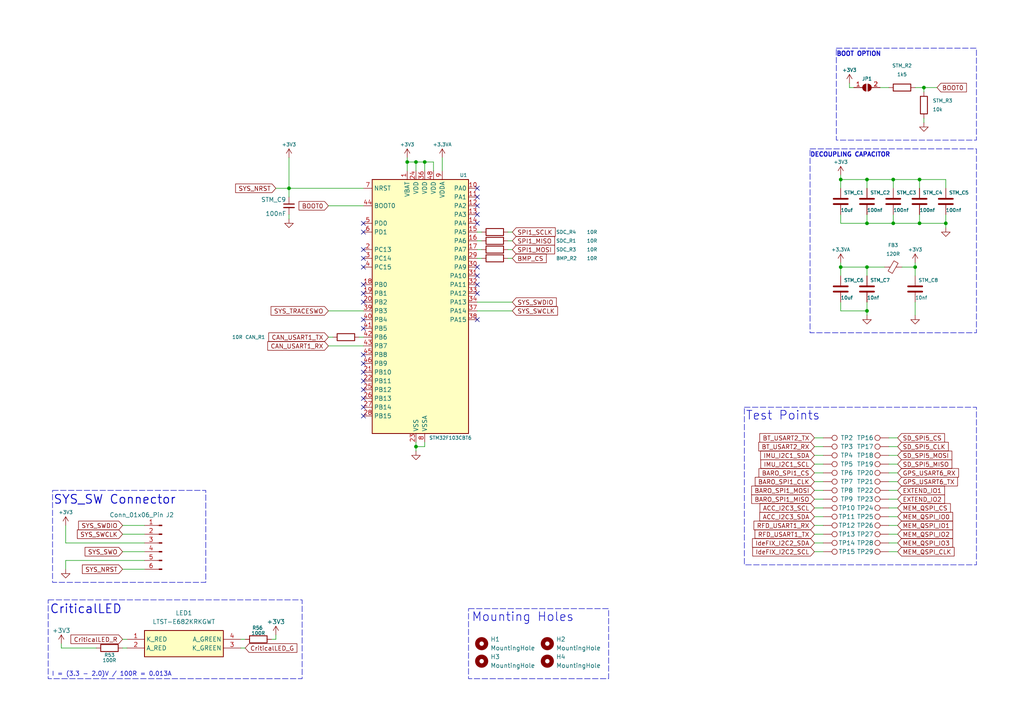
<source format=kicad_sch>
(kicad_sch (version 20250114) (generator "eeschema") (generator_version "9.0")
  (paper "A4")
  (lib_symbols
    (symbol "Connector:Conn_01x06_Pin" (pin_names (offset 1.016) (hide yes))
      (property "Reference" "J" (at 0 7.62 0))
      (property "Value" "Conn_01x06_Pin" (at 0 -10.16 0))
      (symbol "Conn_01x06_Pin_1_1"
        (rectangle (start 0.8636 5.207) (end 0 4.953) (stroke (width 0.1524)) (fill (type outline)))
        (rectangle (start 0.8636 2.667) (end 0 2.413) (stroke (width 0.1524)) (fill (type outline)))
        (rectangle (start 0.8636 0.127) (end 0 -0.127) (stroke (width 0.1524)) (fill (type outline)))
        (rectangle (start 0.8636 -2.413) (end 0 -2.667) (stroke (width 0.1524)) (fill (type outline)))
        (rectangle (start 0.8636 -4.953) (end 0 -5.207) (stroke (width 0.1524)) (fill (type outline)))
        (rectangle (start 0.8636 -7.493) (end 0 -7.747) (stroke (width 0.1524)) (fill (type outline)))
        (polyline (pts (xy 1.27 5.08) (xy 0.8636 5.08)) (stroke (width 0.1524)))
        (polyline (pts (xy 1.27 2.54) (xy 0.8636 2.54)) (stroke (width 0.1524)))
        (polyline (pts (xy 1.27 0) (xy 0.8636 0)) (stroke (width 0.1524)))
        (polyline (pts (xy 1.27 -2.54) (xy 0.8636 -2.54)) (stroke (width 0.1524)))
        (polyline (pts (xy 1.27 -5.08) (xy 0.8636 -5.08)) (stroke (width 0.1524)))
        (polyline (pts (xy 1.27 -7.62) (xy 0.8636 -7.62)) (stroke (width 0.1524)))
        (pin passive line (at 5.08 5.08 180) (length 3.81) (name "Pin_1") (number "1"))
        (pin passive line (at 5.08 2.54 180) (length 3.81) (name "Pin_2") (number "2"))
        (pin passive line (at 5.08 0 180) (length 3.81) (name "Pin_3") (number "3"))
        (pin passive line (at 5.08 -2.54 180) (length 3.81) (name "Pin_4") (number "4"))
        (pin passive line (at 5.08 -5.08 180) (length 3.81) (name "Pin_5") (number "5"))
        (pin passive line (at 5.08 -7.62 180) (length 3.81) (name "Pin_6") (number "6"))
      )
    )
    (symbol "Connector:TestPoint" (pin_numbers (hide yes)) (pin_names (offset 0.762) (hide yes))
      (property "Reference" "TP" (at 0 6.858 0))
      (property "Value" "TestPoint" (at 0 5.08 0))
      (symbol "TestPoint_0_1"
        (circle (center 0 3.302) (radius 0.762))
      )
      (symbol "TestPoint_1_1"
        (pin passive line (at 0 0 90) (length 2.54) (name "1") (number "1"))
      )
    )
    (symbol "Device:C" (pin_numbers (hide yes)) (pin_names (offset 0.254))
      (property "Reference" "C" (at 0.635 2.54 0))
      (property "Value" "C" (at 0.635 -2.54 0))
      (symbol "C_0_1"
        (polyline (pts (xy -2.032 0.762) (xy 2.032 0.762)) (stroke (width 0.508)))
        (polyline (pts (xy -2.032 -0.762) (xy 2.032 -0.762)) (stroke (width 0.508)))
      )
      (symbol "C_1_1"
        (pin passive line (at 0 3.81 270) (length 2.794) (name "~") (number "1"))
        (pin passive line (at 0 -3.81 90) (length 2.794) (name "~") (number "2"))
      )
    )
    (symbol "Device:C_Small" (pin_numbers (hide yes)) (pin_names (offset 0.254) (hide yes))
      (property "Reference" "C" (at 0.254 1.778 0))
      (property "Value" "C_Small" (at 0.254 -2.032 0))
      (symbol "C_Small_0_1"
        (polyline (pts (xy -1.524 0.508) (xy 1.524 0.508)) (stroke (width 0.3048)))
        (polyline (pts (xy -1.524 -0.508) (xy 1.524 -0.508)) (stroke (width 0.3302)))
      )
      (symbol "C_Small_1_1"
        (pin passive line (at 0 2.54 270) (length 2.032) (name "~") (number "1"))
        (pin passive line (at 0 -2.54 90) (length 2.032) (name "~") (number "2"))
      )
    )
    (symbol "Device:FerriteBead_Small" (pin_numbers (hide yes)) (pin_names (offset 0))
      (property "Reference" "FB" (at 1.905 1.27 0))
      (property "Value" "FerriteBead_Small" (at 1.905 -1.27 0))
      (symbol "FerriteBead_Small_0_1"
        (polyline (pts (xy -1.8288 0.2794) (xy -1.1176 1.4986) (xy 1.8288 -0.2032) (xy 1.1176 -1.4224) (xy -1.8288 0.2794)))
        (polyline (pts (xy 0 0.889) (xy 0 1.2954)))
        (polyline (pts (xy 0 -1.27) (xy 0 -0.7874)))
      )
      (symbol "FerriteBead_Small_1_1"
        (pin passive line (at 0 2.54 270) (length 1.27) (name "~") (number "1"))
        (pin passive line (at 0 -2.54 90) (length 1.27) (name "~") (number "2"))
      )
    )
    (symbol "Device:R" (pin_numbers (hide yes)) (pin_names (offset 0))
      (property "Reference" "R" (at 2.032 0 90))
      (property "Value" "R" (at 0 0 90))
      (symbol "R_0_1"
        (rectangle (start -1.016 -2.54) (end 1.016 2.54) (stroke (width 0.254)))
      )
      (symbol "R_1_1"
        (pin passive line (at 0 3.81 270) (length 1.27) (name "~") (number "1"))
        (pin passive line (at 0 -3.81 90) (length 1.27) (name "~") (number "2"))
      )
    )
    (symbol "Jumper:SolderJumper_2_Open" (pin_names (offset 0) (hide yes))
      (property "Reference" "JP" (at 0 2.032 0))
      (property "Value" "SolderJumper_2_Open" (at 0 -2.54 0))
      (symbol "SolderJumper_2_Open_0_1"
        (polyline (pts (xy -0.254 1.016) (xy -0.254 -1.016)))
        (arc (start -0.254 -1.016) (mid -1.2656 0) (end -0.254 1.016))
        (arc (start -0.254 -1.016) (mid -1.2656 0) (end -0.254 1.016) (fill (type outline)))
        (arc (start 0.254 1.016) (mid 1.2656 0) (end 0.254 -1.016))
        (arc (start 0.254 1.016) (mid 1.2656 0) (end 0.254 -1.016) (fill (type outline)))
        (polyline (pts (xy 0.254 1.016) (xy 0.254 -1.016)))
      )
      (symbol "SolderJumper_2_Open_1_1"
        (pin passive line (at -3.81 0 0) (length 2.54) (name "A") (number "1"))
        (pin passive line (at 3.81 0 180) (length 2.54) (name "B") (number "2"))
      )
    )
    (symbol "MCU_ST_STM32F1:STM32F103C8Tx"
      (property "Reference" "U" (at -12.7 39.37 0))
      (property "Value" "STM32F103C8Tx" (at 10.16 39.37 0))
      (symbol "STM32F103C8Tx_0_1"
        (rectangle (start -12.7 -35.56) (end 15.24 38.1) (stroke (width 0.254)) (fill (type background)))
      )
      (symbol "STM32F103C8Tx_1_1"
        (pin input line (at -15.24 35.56 0) (length 2.54) (name "NRST") (number "7"))
        (pin input line (at -15.24 30.48 0) (length 2.54) (name "BOOT0") (number "44"))
        (pin bidirectional line (at -15.24 25.4 0) (length 2.54) (name "PD0") (number "5"))
        (pin bidirectional line (at -15.24 22.86 0) (length 2.54) (name "PD1") (number "6"))
        (pin bidirectional line (at -15.24 17.78 0) (length 2.54) (name "PC13") (number "2"))
        (pin bidirectional line (at -15.24 15.24 0) (length 2.54) (name "PC14") (number "3"))
        (pin bidirectional line (at -15.24 12.7 0) (length 2.54) (name "PC15") (number "4"))
        (pin bidirectional line (at -15.24 7.62 0) (length 2.54) (name "PB0") (number "18"))
        (pin bidirectional line (at -15.24 5.08 0) (length 2.54) (name "PB1") (number "19"))
        (pin bidirectional line (at -15.24 2.54 0) (length 2.54) (name "PB2") (number "20"))
        (pin bidirectional line (at -15.24 0 0) (length 2.54) (name "PB3") (number "39"))
        (pin bidirectional line (at -15.24 -2.54 0) (length 2.54) (name "PB4") (number "40"))
        (pin bidirectional line (at -15.24 -5.08 0) (length 2.54) (name "PB5") (number "41"))
        (pin bidirectional line (at -15.24 -7.62 0) (length 2.54) (name "PB6") (number "42"))
        (pin bidirectional line (at -15.24 -10.16 0) (length 2.54) (name "PB7") (number "43"))
        (pin bidirectional line (at -15.24 -12.7 0) (length 2.54) (name "PB8") (number "45"))
        (pin bidirectional line (at -15.24 -15.24 0) (length 2.54) (name "PB9") (number "46"))
        (pin bidirectional line (at -15.24 -17.78 0) (length 2.54) (name "PB10") (number "21"))
        (pin bidirectional line (at -15.24 -20.32 0) (length 2.54) (name "PB11") (number "22"))
        (pin bidirectional line (at -15.24 -22.86 0) (length 2.54) (name "PB12") (number "25"))
        (pin bidirectional line (at -15.24 -25.4 0) (length 2.54) (name "PB13") (number "26"))
        (pin bidirectional line (at -15.24 -27.94 0) (length 2.54) (name "PB14") (number "27"))
        (pin bidirectional line (at -15.24 -30.48 0) (length 2.54) (name "PB15") (number "28"))
        (pin power_in line (at -2.54 40.64 270) (length 2.54) (name "VBAT") (number "1"))
        (pin power_in line (at 0 40.64 270) (length 2.54) (name "VDD") (number "24"))
        (pin power_in line (at 0 -38.1 90) (length 2.54) (name "VSS") (number "23"))
        (pin passive line (at 0 -38.1 90) (length 2.54) (hide yes) (name "VSS") (number "35"))
        (pin passive line (at 0 -38.1 90) (length 2.54) (hide yes) (name "VSS") (number "47"))
        (pin power_in line (at 2.54 40.64 270) (length 2.54) (name "VDD") (number "36"))
        (pin power_in line (at 2.54 -38.1 90) (length 2.54) (name "VSSA") (number "8"))
        (pin power_in line (at 5.08 40.64 270) (length 2.54) (name "VDD") (number "48"))
        (pin power_in line (at 7.62 40.64 270) (length 2.54) (name "VDDA") (number "9"))
        (pin bidirectional line (at 17.78 35.56 180) (length 2.54) (name "PA0") (number "10"))
        (pin bidirectional line (at 17.78 33.02 180) (length 2.54) (name "PA1") (number "11"))
        (pin bidirectional line (at 17.78 30.48 180) (length 2.54) (name "PA2") (number "12"))
        (pin bidirectional line (at 17.78 27.94 180) (length 2.54) (name "PA3") (number "13"))
        (pin bidirectional line (at 17.78 25.4 180) (length 2.54) (name "PA4") (number "14"))
        (pin bidirectional line (at 17.78 22.86 180) (length 2.54) (name "PA5") (number "15"))
        (pin bidirectional line (at 17.78 20.32 180) (length 2.54) (name "PA6") (number "16"))
        (pin bidirectional line (at 17.78 17.78 180) (length 2.54) (name "PA7") (number "17"))
        (pin bidirectional line (at 17.78 15.24 180) (length 2.54) (name "PA8") (number "29"))
        (pin bidirectional line (at 17.78 12.7 180) (length 2.54) (name "PA9") (number "30"))
        (pin bidirectional line (at 17.78 10.16 180) (length 2.54) (name "PA10") (number "31"))
        (pin bidirectional line (at 17.78 7.62 180) (length 2.54) (name "PA11") (number "32"))
        (pin bidirectional line (at 17.78 5.08 180) (length 2.54) (name "PA12") (number "33"))
        (pin bidirectional line (at 17.78 2.54 180) (length 2.54) (name "PA13") (number "34"))
        (pin bidirectional line (at 17.78 0 180) (length 2.54) (name "PA14") (number "37"))
        (pin bidirectional line (at 17.78 -2.54 180) (length 2.54) (name "PA15") (number "38"))
      )
    )
    (symbol "Mechanical:MountingHole" (pin_names (offset 1.016)) (in_bom no)
      (property "Reference" "H" (at 0 5.08 0))
      (property "Value" "MountingHole" (at 0 3.175 0))
      (symbol "MountingHole_0_1"
        (circle (center 0 0) (radius 1.27) (stroke (width 1.27)))
      )
    )
    (symbol "pcb_moteur:LTST-E682KRKGWT"
      (property "Reference" "LED" (at 14.224 7.366 0))
      (property "Value" "LTST-E682KRKGWT" (at 8.128 4.826 0))
      (symbol "LTST-E682KRKGWT_1_1"
        (rectangle (start 5.08 2.54) (end 27.94 -5.08) (stroke (width 0.254)) (fill (type background)))
        (pin passive line (at 0 0 0) (length 5.08) (name "A_GREEN") (number "4"))
        (pin passive line (at 0 -2.54 0) (length 5.08) (name "K_GREEN") (number "3"))
        (pin passive line (at 33.02 0 180) (length 5.08) (name "K_RED") (number "1"))
        (pin passive line (at 33.02 -2.54 180) (length 5.08) (name "A_RED") (number "2"))
      )
    )
    (symbol "power:+3.3VA" (power) (pin_names (offset 0))
      (property "Value" "+3.3VA" (at 0 3.556 0))
      (symbol "+3.3VA_0_1"
        (polyline (pts (xy -0.762 1.27) (xy 0 2.54)))
        (polyline (pts (xy 0 2.54) (xy 0.762 1.27)))
        (polyline (pts (xy 0 0) (xy 0 2.54)))
      )
      (symbol "+3.3VA_1_1"
        (pin power_in line (at 0 0 90) (length 0) (hide yes) (name "+3.3VA") (number "1"))
      )
    )
    (symbol "power:+3V3" (power) (pin_names (offset 0))
      (property "Value" "+3V3" (at 0 3.556 0))
      (symbol "+3V3_0_1"
        (polyline (pts (xy -0.762 1.27) (xy 0 2.54)))
        (polyline (pts (xy 0 2.54) (xy 0.762 1.27)))
        (polyline (pts (xy 0 0) (xy 0 2.54)))
      )
      (symbol "+3V3_1_1"
        (pin power_in line (at 0 0 90) (length 0) (hide yes) (name "+3V3") (number "1"))
      )
    )
    (symbol "power:GND" (power) (pin_names (offset 0))
      (property "Value" "GND" (at 0 -3.81 0))
      (symbol "GND_0_1"
        (polyline (pts (xy 0 0) (xy 0 -1.27) (xy 1.27 -1.27) (xy 0 -2.54) (xy -1.27 -1.27) (xy 0 -1.27)))
      )
      (symbol "GND_1_1"
        (pin power_in line (at 0 0 270) (length 0) (hide yes) (name "GND") (number "1"))
      )
    )
  )
  (rectangle (start 15.24 142.24) (end 59.69 168.91) (stroke (width 0) (type dash)))
  (rectangle (start 135.89 176.53) (end 176.53 196.85) (stroke (width 0) (type dash)))
  (rectangle (start 215.9 118.11) (end 283.21 163.83) (stroke (width 0) (type dash)))
  (rectangle (start 234.95 43.18) (end 283.21 96.52) (stroke (width 0) (type dash)))
  (rectangle (start 13.97 173.99) (end 87.63 196.85) (stroke (width 0) (type dash)))
  (rectangle (start 242.57 13.97) (end 283.21 40.64) (stroke (width 0) (type dash)))
  (text "Test Points" (at 227.076 120.65 0) (effects (font (size 2.54 2.54) (thickness 0.1875))))
  (text "Mounting Holes" (at 151.638 179.07 0) (effects (font (size 2.54 2.54) (thickness 0.1875))))
  (text "BOOT OPTION" (at 242.57 16.51 0) (effects (font (size 1.27 1.27) (thickness 0.254) (bold yes)) (justify left bottom)))
  (text "DECOUPLING CAPACITOR" (at 234.95 45.72 0) (effects (font (size 1.27 1.27) (thickness 0.254) (bold yes)) (justify left bottom)))
  (text "SYS_SW Connector" (at 33.274 145.034 0) (effects (font (size 2.54 2.54) (thickness 0.254) (bold yes))))
  (text "CriticalLED" (at 24.892 176.784 0) (effects (font (size 2.54 2.54) (thickness 0.254) (bold yes))))
  (text "I = (3.3 - 2.0)V / 100R = 0.013A" (at 14.986 195.58 0) (effects (font (size 1.27 1.27)) (justify left)))
  (junction (at 266.7 64.77))
  (junction (at 267.97 25.4))
  (junction (at 120.65 129.54))
  (junction (at 265.43 77.47))
  (junction (at 259.08 64.77))
  (junction (at 243.84 52.07))
  (junction (at 123.19 46.99))
  (junction (at 266.7 52.07))
  (junction (at 251.46 77.47))
  (junction (at 259.08 52.07))
  (junction (at 243.84 77.47))
  (junction (at 118.11 46.99))
  (junction (at 251.46 64.77))
  (junction (at 251.46 52.07))
  (junction (at 251.46 90.17))
  (junction (at 274.32 64.77))
  (junction (at 83.82 54.61))
  (junction (at 120.65 46.99))
  (no_connect (at 105.41 110.49))
  (no_connect (at 105.41 74.93))
  (no_connect (at 105.41 118.11))
  (no_connect (at 105.41 113.03))
  (no_connect (at 138.43 85.09))
  (no_connect (at 138.43 54.61))
  (no_connect (at 105.41 115.57))
  (no_connect (at 105.41 85.09))
  (no_connect (at 138.43 77.47))
  (no_connect (at 138.43 92.71))
  (no_connect (at 138.43 80.01))
  (no_connect (at 105.41 82.55))
  (no_connect (at 105.41 120.65))
  (no_connect (at 105.41 102.87))
  (no_connect (at 105.41 95.25))
  (no_connect (at 105.41 67.31))
  (no_connect (at 105.41 105.41))
  (no_connect (at 105.41 92.71))
  (no_connect (at 138.43 64.77))
  (no_connect (at 138.43 82.55))
  (no_connect (at 105.41 87.63))
  (no_connect (at 138.43 62.23))
  (no_connect (at 105.41 72.39))
  (no_connect (at 105.41 77.47))
  (no_connect (at 138.43 57.15))
  (no_connect (at 138.43 59.69))
  (no_connect (at 105.41 107.95))
  (no_connect (at 105.41 64.77))
  (wire (pts (xy 251.46 77.47) (xy 251.46 80.01)))
  (wire (pts (xy 71.12 185.42) (xy 69.85 185.42)))
  (wire (pts (xy 80.01 184.15) (xy 80.01 185.42)))
  (wire (pts (xy 266.7 52.07) (xy 266.7 54.61)))
  (wire (pts (xy 83.82 54.61) (xy 105.41 54.61)))
  (wire (pts (xy 266.7 52.07) (xy 259.08 52.07)))
  (wire (pts (xy 257.81 152.4) (xy 260.35 152.4)))
  (wire (pts (xy 128.27 45.72) (xy 128.27 49.53)))
  (wire (pts (xy 138.43 74.93) (xy 139.7 74.93)))
  (wire (pts (xy 120.65 46.99) (xy 118.11 46.99)))
  (wire (pts (xy 259.08 64.77) (xy 266.7 64.77)))
  (wire (pts (xy 257.81 142.24) (xy 260.35 142.24)))
  (wire (pts (xy 243.84 50.8) (xy 243.84 52.07)))
  (wire (pts (xy 95.25 59.69) (xy 105.41 59.69)))
  (wire (pts (xy 243.84 62.23) (xy 243.84 64.77)))
  (wire (pts (xy 238.76 160.02) (xy 236.22 160.02)))
  (wire (pts (xy 19.05 157.48) (xy 19.05 152.4)))
  (wire (pts (xy 267.97 35.56) (xy 267.97 34.29)))
  (wire (pts (xy 259.08 52.07) (xy 251.46 52.07)))
  (wire (pts (xy 261.62 77.47) (xy 265.43 77.47)))
  (wire (pts (xy 147.32 74.93) (xy 148.59 74.93)))
  (wire (pts (xy 238.76 144.78) (xy 236.22 144.78)))
  (wire (pts (xy 251.46 77.47) (xy 256.54 77.47)))
  (wire (pts (xy 147.32 69.85) (xy 148.59 69.85)))
  (wire (pts (xy 251.46 64.77) (xy 259.08 64.77)))
  (wire (pts (xy 255.27 25.4) (xy 257.81 25.4)))
  (wire (pts (xy 238.76 129.54) (xy 236.22 129.54)))
  (wire (pts (xy 257.81 132.08) (xy 260.35 132.08)))
  (wire (pts (xy 243.84 52.07) (xy 243.84 54.61)))
  (wire (pts (xy 259.08 52.07) (xy 259.08 54.61)))
  (wire (pts (xy 118.11 45.72) (xy 118.11 46.99)))
  (wire (pts (xy 257.81 129.54) (xy 260.35 129.54)))
  (wire (pts (xy 41.91 162.56) (xy 19.05 162.56)))
  (wire (pts (xy 95.25 90.17) (xy 105.41 90.17)))
  (wire (pts (xy 238.76 157.48) (xy 236.22 157.48)))
  (wire (pts (xy 266.7 64.77) (xy 274.32 64.77)))
  (wire (pts (xy 123.19 128.27) (xy 123.19 129.54)))
  (wire (pts (xy 243.84 77.47) (xy 243.84 80.01)))
  (wire (pts (xy 274.32 54.61) (xy 274.32 52.07)))
  (wire (pts (xy 35.56 152.4) (xy 41.91 152.4)))
  (wire (pts (xy 35.56 185.42) (xy 36.83 185.42)))
  (wire (pts (xy 243.84 64.77) (xy 251.46 64.77)))
  (wire (pts (xy 95.25 97.79) (xy 96.52 97.79)))
  (wire (pts (xy 274.32 52.07) (xy 266.7 52.07)))
  (wire (pts (xy 238.76 152.4) (xy 236.22 152.4)))
  (wire (pts (xy 104.14 97.79) (xy 105.41 97.79)))
  (wire (pts (xy 238.76 137.16) (xy 236.22 137.16)))
  (wire (pts (xy 35.56 154.94) (xy 41.91 154.94)))
  (wire (pts (xy 238.76 147.32) (xy 236.22 147.32)))
  (wire (pts (xy 147.32 67.31) (xy 148.59 67.31)))
  (wire (pts (xy 251.46 52.07) (xy 251.46 54.61)))
  (wire (pts (xy 265.43 87.63) (xy 265.43 91.44)))
  (wire (pts (xy 257.81 147.32) (xy 260.35 147.32)))
  (wire (pts (xy 265.43 76.2) (xy 265.43 77.47)))
  (wire (pts (xy 265.43 77.47) (xy 265.43 80.01)))
  (wire (pts (xy 251.46 77.47) (xy 243.84 77.47)))
  (wire (pts (xy 125.73 49.53) (xy 125.73 46.99)))
  (wire (pts (xy 257.81 157.48) (xy 260.35 157.48)))
  (wire (pts (xy 123.19 46.99) (xy 123.19 49.53)))
  (wire (pts (xy 138.43 90.17) (xy 148.59 90.17)))
  (wire (pts (xy 247.65 25.4) (xy 246.38 25.4)))
  (wire (pts (xy 257.81 149.86) (xy 260.35 149.86)))
  (wire (pts (xy 69.85 187.96) (xy 71.12 187.96)))
  (wire (pts (xy 238.76 132.08) (xy 236.22 132.08)))
  (wire (pts (xy 125.73 46.99) (xy 123.19 46.99)))
  (wire (pts (xy 257.81 134.62) (xy 260.35 134.62)))
  (wire (pts (xy 123.19 46.99) (xy 120.65 46.99)))
  (wire (pts (xy 257.81 144.78) (xy 260.35 144.78)))
  (wire (pts (xy 251.46 87.63) (xy 251.46 90.17)))
  (wire (pts (xy 259.08 62.23) (xy 259.08 64.77)))
  (wire (pts (xy 120.65 128.27) (xy 120.65 129.54)))
  (wire (pts (xy 17.78 186.69) (xy 17.78 187.96)))
  (wire (pts (xy 120.65 46.99) (xy 120.65 49.53)))
  (wire (pts (xy 147.32 72.39) (xy 148.59 72.39)))
  (wire (pts (xy 274.32 64.77) (xy 274.32 66.04)))
  (wire (pts (xy 41.91 157.48) (xy 19.05 157.48)))
  (wire (pts (xy 120.65 129.54) (xy 120.65 130.81)))
  (wire (pts (xy 35.56 187.96) (xy 36.83 187.96)))
  (wire (pts (xy 19.05 162.56) (xy 19.05 165.1)))
  (wire (pts (xy 251.46 62.23) (xy 251.46 64.77)))
  (wire (pts (xy 138.43 72.39) (xy 139.7 72.39)))
  (wire (pts (xy 243.84 76.2) (xy 243.84 77.47)))
  (wire (pts (xy 17.78 187.96) (xy 27.94 187.96)))
  (wire (pts (xy 251.46 90.17) (xy 251.46 91.44)))
  (wire (pts (xy 138.43 67.31) (xy 139.7 67.31)))
  (wire (pts (xy 251.46 52.07) (xy 243.84 52.07)))
  (wire (pts (xy 35.56 160.02) (xy 41.91 160.02)))
  (wire (pts (xy 138.43 69.85) (xy 139.7 69.85)))
  (wire (pts (xy 80.01 54.61) (xy 83.82 54.61)))
  (wire (pts (xy 238.76 139.7) (xy 236.22 139.7)))
  (wire (pts (xy 257.81 137.16) (xy 260.35 137.16)))
  (wire (pts (xy 274.32 62.23) (xy 274.32 64.77)))
  (wire (pts (xy 238.76 134.62) (xy 236.22 134.62)))
  (wire (pts (xy 138.43 87.63) (xy 148.59 87.63)))
  (wire (pts (xy 238.76 149.86) (xy 236.22 149.86)))
  (wire (pts (xy 83.82 62.23) (xy 83.82 63.5)))
  (wire (pts (xy 257.81 127) (xy 260.35 127)))
  (wire (pts (xy 238.76 154.94) (xy 236.22 154.94)))
  (wire (pts (xy 35.56 165.1) (xy 41.91 165.1)))
  (wire (pts (xy 267.97 25.4) (xy 271.78 25.4)))
  (wire (pts (xy 83.82 45.72) (xy 83.82 54.61)))
  (wire (pts (xy 243.84 90.17) (xy 251.46 90.17)))
  (wire (pts (xy 78.74 185.42) (xy 80.01 185.42)))
  (wire (pts (xy 267.97 26.67) (xy 267.97 25.4)))
  (wire (pts (xy 243.84 87.63) (xy 243.84 90.17)))
  (wire (pts (xy 266.7 62.23) (xy 266.7 64.77)))
  (wire (pts (xy 257.81 154.94) (xy 260.35 154.94)))
  (wire (pts (xy 238.76 142.24) (xy 236.22 142.24)))
  (wire (pts (xy 95.25 100.33) (xy 105.41 100.33)))
  (wire (pts (xy 83.82 54.61) (xy 83.82 57.15)))
  (wire (pts (xy 257.81 139.7) (xy 260.35 139.7)))
  (wire (pts (xy 246.38 25.4) (xy 246.38 24.13)))
  (wire (pts (xy 238.76 127) (xy 236.22 127)))
  (wire (pts (xy 118.11 46.99) (xy 118.11 49.53)))
  (wire (pts (xy 265.43 25.4) (xy 267.97 25.4)))
  (wire (pts (xy 257.81 160.02) (xy 260.35 160.02)))
  (wire (pts (xy 120.65 129.54) (xy 123.19 129.54)))
  (global_label "ACC_I2C3_SDA" (shape input) (at 236.22 149.86 180) (property "Intersheetrefs" "${INTERSHEET_REFS}" (effects (hide yes))))
  (global_label "SYS_SWDIO" (shape input) (at 148.59 87.63 0) (property "Intersheetrefs" "${INTERSHEET_REFS}" (effects (hide yes))))
  (global_label "BT_USART2_TX" (shape input) (at 236.22 127 180) (property "Intersheetrefs" "${INTERSHEET_REFS}" (effects (hide yes))))
  (global_label "CriticalLED_R" (shape input) (at 35.56 185.42 180) (property "Intersheetrefs" "${INTERSHEET_REFS}" (effects (hide yes))))
  (global_label "MEM_QSPI_IO0" (shape input) (at 260.35 149.86 0) (property "Intersheetrefs" "${INTERSHEET_REFS}" (effects (hide yes))))
  (global_label "SPI1_MOSI" (shape input) (at 148.59 72.39 0) (property "Intersheetrefs" "${INTERSHEET_REFS}" (effects (hide yes))))
  (global_label "SYS_NRST" (shape input) (at 35.56 165.1 180) (effects (font (thickness 0.1588))) (property "Intersheetrefs" "${INTERSHEET_REFS}" (effects (hide yes))))
  (global_label "SPI1_MISO" (shape input) (at 148.59 69.85 0) (property "Intersheetrefs" "${INTERSHEET_REFS}" (effects (hide yes))))
  (global_label "SYS_TRACESWO" (shape input) (at 95.25 90.17 180) (property "Intersheetrefs" "${INTERSHEET_REFS}" (effects (hide yes))))
  (global_label "SYS_SWCLK" (shape input) (at 35.56 154.94 180) (effects (font (thickness 0.1588))) (property "Intersheetrefs" "${INTERSHEET_REFS}" (effects (hide yes))))
  (global_label "RFD_USART1_TX" (shape input) (at 236.22 154.94 180) (property "Intersheetrefs" "${INTERSHEET_REFS}" (effects (hide yes))))
  (global_label "SYS_SWO" (shape input) (at 35.56 160.02 180) (effects (font (thickness 0.1588))) (property "Intersheetrefs" "${INTERSHEET_REFS}" (effects (hide yes))))
  (global_label "MEM_QSPI_IO2" (shape input) (at 260.35 154.94 0) (property "Intersheetrefs" "${INTERSHEET_REFS}" (effects (hide yes))))
  (global_label "BOOT0" (shape input) (at 271.78 25.4 0) (property "Intersheetrefs" "${INTERSHEET_REFS}" (effects (hide yes))))
  (global_label "SPI1_SCLK" (shape input) (at 148.59 67.31 0) (property "Intersheetrefs" "${INTERSHEET_REFS}" (effects (hide yes))))
  (global_label "RFD_USART1_RX" (shape input) (at 236.22 152.4 180) (property "Intersheetrefs" "${INTERSHEET_REFS}" (effects (hide yes))))
  (global_label "IdeFIX_I2C2_SDA" (shape input) (at 236.22 157.48 180) (property "Intersheetrefs" "${INTERSHEET_REFS}" (effects (hide yes))))
  (global_label "GPS_USART6_RX" (shape input) (at 260.35 137.16 0) (property "Intersheetrefs" "${INTERSHEET_REFS}" (effects (hide yes))))
  (global_label "CAN_USART1_TX" (shape input) (at 95.25 97.79 180) (property "Intersheetrefs" "${INTERSHEET_REFS}" (effects (hide yes))))
  (global_label "CAN_USART1_RX" (shape input) (at 95.25 100.33 180) (property "Intersheetrefs" "${INTERSHEET_REFS}" (effects (hide yes))))
  (global_label "EXTEND_IO2" (shape input) (at 260.35 144.78 0) (property "Intersheetrefs" "${INTERSHEET_REFS}" (effects (hide yes))))
  (global_label "EXTEND_IO1" (shape input) (at 260.35 142.24 0) (property "Intersheetrefs" "${INTERSHEET_REFS}" (effects (hide yes))))
  (global_label "CriticalLED_G" (shape input) (at 71.12 187.96 0) (property "Intersheetrefs" "${INTERSHEET_REFS}" (effects (hide yes))))
  (global_label "BARO_SPI1_MOSI" (shape input) (at 236.22 142.24 180) (property "Intersheetrefs" "${INTERSHEET_REFS}" (effects (hide yes))))
  (global_label "SYS_SWCLK" (shape input) (at 148.59 90.17 0) (property "Intersheetrefs" "${INTERSHEET_REFS}" (effects (hide yes))))
  (global_label "IdeFIX_I2C2_SCL" (shape input) (at 236.22 160.02 180) (property "Intersheetrefs" "${INTERSHEET_REFS}" (effects (hide yes))))
  (global_label "SYS_NRST" (shape input) (at 80.01 54.61 180) (effects (font (thickness 0.1588))) (property "Intersheetrefs" "${INTERSHEET_REFS}" (effects (hide yes))))
  (global_label "MEM_QSPI_CLK" (shape input) (at 260.35 160.02 0) (property "Intersheetrefs" "${INTERSHEET_REFS}" (effects (hide yes))))
  (global_label "MEM_QSPI_IO1" (shape input) (at 260.35 152.4 0) (property "Intersheetrefs" "${INTERSHEET_REFS}" (effects (hide yes))))
  (global_label "ACC_I2C3_SCL" (shape input) (at 236.22 147.32 180) (property "Intersheetrefs" "${INTERSHEET_REFS}" (effects (hide yes))))
  (global_label "BOOT0" (shape input) (at 95.25 59.69 180) (property "Intersheetrefs" "${INTERSHEET_REFS}" (effects (hide yes))))
  (global_label "SYS_SWDIO" (shape input) (at 35.56 152.4 180) (effects (font (thickness 0.1588))) (property "Intersheetrefs" "${INTERSHEET_REFS}" (effects (hide yes))))
  (global_label "BARO_SPI1_CLK" (shape input) (at 236.22 139.7 180) (property "Intersheetrefs" "${INTERSHEET_REFS}" (effects (hide yes))))
  (global_label "IMU_I2C1_SCL" (shape input) (at 236.22 134.62 180) (property "Intersheetrefs" "${INTERSHEET_REFS}" (effects (hide yes))))
  (global_label "BARO_SPI1_MISO" (shape input) (at 236.22 144.78 180) (property "Intersheetrefs" "${INTERSHEET_REFS}" (effects (hide yes))))
  (global_label "MEM_QSPI_IO3" (shape input) (at 260.35 157.48 0) (property "Intersheetrefs" "${INTERSHEET_REFS}" (effects (hide yes))))
  (global_label "GPS_USART6_TX" (shape input) (at 260.35 139.7 0) (property "Intersheetrefs" "${INTERSHEET_REFS}" (effects (hide yes))))
  (global_label "SD_SPI5_MISO" (shape input) (at 260.35 134.62 0) (property "Intersheetrefs" "${INTERSHEET_REFS}" (effects (hide yes))))
  (global_label "IMU_I2C1_SDA" (shape input) (at 236.22 132.08 180) (property "Intersheetrefs" "${INTERSHEET_REFS}" (effects (hide yes))))
  (global_label "SD_SPI5_CS" (shape input) (at 260.35 127 0) (property "Intersheetrefs" "${INTERSHEET_REFS}" (effects (hide yes))))
  (global_label "BARO_SPI1_CS" (shape input) (at 236.22 137.16 180) (property "Intersheetrefs" "${INTERSHEET_REFS}" (effects (hide yes))))
  (global_label "SD_SPI5_MOSI" (shape input) (at 260.35 132.08 0) (property "Intersheetrefs" "${INTERSHEET_REFS}" (effects (hide yes))))
  (global_label "SD_SPI5_CLK" (shape input) (at 260.35 129.54 0) (property "Intersheetrefs" "${INTERSHEET_REFS}" (effects (hide yes))))
  (global_label "BT_USART2_RX" (shape input) (at 236.22 129.54 180) (property "Intersheetrefs" "${INTERSHEET_REFS}" (effects (hide yes))))
  (global_label "BMP_CS" (shape input) (at 148.59 74.93 0) (property "Intersheetrefs" "${INTERSHEET_REFS}" (effects (hide yes))))
  (global_label "MEM_QSPI_CS" (shape input) (at 260.35 147.32 0) (property "Intersheetrefs" "${INTERSHEET_REFS}" (effects (hide yes))))
  (symbol (lib_id "Connector:TestPoint") (at 238.76 139.7 270) (mirror x) (unit 1)
    (property "Reference" "TP7" (at 245.618 139.7 90))
    (property "Value" "TestPoint" (effects (hide yes)))
    (property "Footprint" "TestPoint:TestPoint_Pad_D1.0mm" (effects (hide yes)))
    (property "Description" "test point" (effects (hide yes)))
  )
  (symbol (lib_id "Device:R") (at 74.93 185.42 90) (unit 1)
    (property "Reference" "R56" (at 73.152 182.118 90) (effects (font (size 1 1)) (justify right)))
    (property "Value" "100R" (at 72.898 183.642 90) (effects (font (size 1 1)) (justify right)))
    (property "Footprint" "Resistor_SMD:R_0603_1608Metric" (effects (hide yes)))
  )
  (symbol (lib_id "Device:C") (at 259.08 58.42 180) (unit 1)
    (property "Reference" "STM_C3" (at 262.89 55.88 0) (effects (font (size 1 1))))
    (property "Value" "100nf" (at 259.08 60.96 0) (effects (font (size 1 1)) (justify right)))
    (property "Footprint" "Capacitor_SMD:C_0805_2012Metric" (effects (hide yes)))
  )
  (symbol (lib_id "Mechanical:MountingHole") (at 139.7 186.69 0) (unit 1) (in_bom no)
    (property "Reference" "H1" (at 142.24 185.4199 0) (effects (justify left)))
    (property "Value" "MountingHole" (at 142.24 187.9599 0) (effects (justify left)))
    (property "Description" "Mounting Hole without connection" (effects (hide yes)))
  )
  (symbol (lib_id "Connector:TestPoint") (at 238.76 144.78 270) (mirror x) (unit 1)
    (property "Reference" "TP9" (at 245.618 144.78 90))
    (property "Value" "TestPoint" (effects (hide yes)))
    (property "Footprint" "TestPoint:TestPoint_Pad_D1.0mm" (effects (hide yes)))
    (property "Description" "test point" (effects (hide yes)))
  )
  (symbol (lib_id "Device:C") (at 251.46 83.82 180) (unit 1)
    (property "Reference" "STM_C7" (at 255.27 81.28 0) (effects (font (size 1 1))))
    (property "Value" "10nf" (at 251.46 86.36 0) (effects (font (size 1 1)) (justify right)))
    (property "Footprint" "Capacitor_SMD:C_0805_2012Metric" (effects (hide yes)))
  )
  (symbol (lib_id "power:+3V3") (at 83.82 45.72 0) (unit 1)
    (property "Reference" "#PWR035" (effects (hide yes)))
    (property "Value" "+3V3" (at 83.82 41.91 0) (effects (font (size 1 1))))
  )
  (symbol (lib_id "Connector:Conn_01x06_Pin") (at 46.99 157.48 0) (mirror y) (unit 1)
    (property "Reference" "J2" (at 49.276 149.352 0))
    (property "Value" "Conn_01x06_Pin" (at 39.624 149.352 0))
    (property "Description" "Generic connector, single row, 01x06, script generated" (effects (hide yes)))
  )
  (symbol (lib_id "Connector:TestPoint") (at 257.81 152.4 90) (unit 1)
    (property "Reference" "TP26" (at 250.952 152.4 90))
    (property "Value" "TestPoint" (effects (hide yes)))
    (property "Footprint" "TestPoint:TestPoint_Pad_D1.0mm" (effects (hide yes)))
    (property "Description" "test point" (effects (hide yes)))
  )
  (symbol (lib_id "Connector:TestPoint") (at 238.76 147.32 270) (mirror x) (unit 1)
    (property "Reference" "TP10" (at 245.618 147.32 90))
    (property "Value" "TestPoint" (effects (hide yes)))
    (property "Footprint" "TestPoint:TestPoint_Pad_D1.0mm" (effects (hide yes)))
    (property "Description" "test point" (effects (hide yes)))
  )
  (symbol (lib_id "MCU_ST_STM32F1:STM32F103C8Tx") (at 120.65 90.17 0) (unit 1)
    (property "Reference" "U1" (at 133.35 50.8 0) (effects (font (size 1 1)) (justify left)))
    (property "Value" "STM32F103CBT6" (at 124.46 127 0) (effects (font (size 1 1)) (justify left)))
    (property "Footprint" "Package_QFP:LQFP-48_7x7mm_P0.5mm" (effects (hide yes)))
    (property "Datasheet" "https://www.st.com/resource/en/datasheet/stm32f103c8.pdf" (effects (hide yes)))
  )
  (symbol (lib_id "Connector:TestPoint") (at 257.81 132.08 90) (unit 1)
    (property "Reference" "TP18" (at 250.952 132.08 90))
    (property "Value" "TestPoint" (effects (hide yes)))
    (property "Footprint" "TestPoint:TestPoint_Pad_D1.0mm" (effects (hide yes)))
    (property "Description" "test point" (effects (hide yes)))
  )
  (symbol (lib_id "power:+3.3VA") (at 128.27 45.72 0) (unit 1)
    (property "Reference" "#PWR052" (effects (hide yes)))
    (property "Value" "+3.3VA" (at 128.27 41.91 0) (effects (font (size 1 1))))
  )
  (symbol (lib_id "Connector:TestPoint") (at 257.81 157.48 90) (unit 1)
    (property "Reference" "TP28" (at 250.952 157.48 90))
    (property "Value" "TestPoint" (effects (hide yes)))
    (property "Footprint" "TestPoint:TestPoint_Pad_D1.0mm" (effects (hide yes)))
    (property "Description" "test point" (effects (hide yes)))
  )
  (symbol (lib_id "Device:R") (at 143.51 74.93 90) (unit 1)
    (property "Reference" "BMP_R2" (at 161.29 74.93 90) (effects (font (size 1 1)) (justify right)))
    (property "Value" "10R" (at 170.18 74.93 90) (effects (font (size 1 1)) (justify right)))
    (property "Footprint" "Resistor_SMD:R_0805_2012Metric" (effects (hide yes)))
  )
  (symbol (lib_id "power:+3V3") (at 243.84 50.8 0) (unit 1)
    (property "Reference" "#PWR053" (effects (hide yes)))
    (property "Value" "+3V3" (at 243.84 46.99 0) (effects (font (size 1 1))))
  )
  (symbol (lib_id "Connector:TestPoint") (at 257.81 134.62 90) (unit 1)
    (property "Reference" "TP19" (at 250.952 134.62 90))
    (property "Value" "TestPoint" (effects (hide yes)))
    (property "Footprint" "TestPoint:TestPoint_Pad_D1.0mm" (effects (hide yes)))
    (property "Description" "test point" (effects (hide yes)))
  )
  (symbol (lib_id "Connector:TestPoint") (at 257.81 149.86 90) (unit 1)
    (property "Reference" "TP25" (at 250.952 149.86 90))
    (property "Value" "TestPoint" (effects (hide yes)))
    (property "Footprint" "TestPoint:TestPoint_Pad_D1.0mm" (effects (hide yes)))
    (property "Description" "test point" (effects (hide yes)))
  )
  (symbol (lib_id "Connector:TestPoint") (at 238.76 149.86 270) (mirror x) (unit 1)
    (property "Reference" "TP11" (at 245.618 149.86 90))
    (property "Value" "TestPoint" (effects (hide yes)))
    (property "Footprint" "TestPoint:TestPoint_Pad_D1.0mm" (effects (hide yes)))
    (property "Description" "test point" (effects (hide yes)))
  )
  (symbol (lib_id "power:+3V3") (at 246.38 24.13 0) (unit 1)
    (property "Reference" "#PWR023" (effects (hide yes)))
    (property "Value" "+3V3" (at 246.38 20.32 0) (effects (font (size 1 1))))
  )
  (symbol (lib_id "Connector:TestPoint") (at 238.76 127 270) (mirror x) (unit 1)
    (property "Reference" "TP2" (at 245.618 127 90))
    (property "Value" "TestPoint" (effects (hide yes)))
    (property "Footprint" "TestPoint:TestPoint_Pad_D1.0mm" (effects (hide yes)))
    (property "Description" "test point" (effects (hide yes)))
  )
  (symbol (lib_id "power:+3V3") (at 19.05 152.4 0) (unit 1)
    (property "Reference" "#PWR046" (effects (hide yes)))
    (property "Value" "+3V3" (at 19.05 148.59 0) (effects (font (size 1 1))))
  )
  (symbol (lib_id "Device:R") (at 261.62 25.4 270) (unit 1)
    (property "Reference" "STM_R2" (at 261.62 19.05 90) (effects (font (size 1 1))))
    (property "Value" "1k5" (at 261.62 21.59 90) (effects (font (size 1 1))))
    (property "Footprint" "Resistor_SMD:R_0805_2012Metric" (effects (hide yes)))
  )
  (symbol (lib_id "Connector:TestPoint") (at 238.76 137.16 270) (mirror x) (unit 1)
    (property "Reference" "TP6" (at 245.618 137.16 90))
    (property "Value" "TestPoint" (effects (hide yes)))
    (property "Footprint" "TestPoint:TestPoint_Pad_D1.0mm" (effects (hide yes)))
    (property "Description" "test point" (effects (hide yes)))
  )
  (symbol (lib_id "Device:C") (at 265.43 83.82 180) (unit 1)
    (property "Reference" "STM_C8" (at 269.24 81.28 0) (effects (font (size 1 1))))
    (property "Value" "10nf" (at 265.43 86.36 0) (effects (font (size 1 1)) (justify right)))
    (property "Footprint" "Capacitor_SMD:C_0805_2012Metric" (effects (hide yes)))
  )
  (symbol (lib_id "Device:C") (at 266.7 58.42 180) (unit 1)
    (property "Reference" "STM_C4" (at 270.51 55.88 0) (effects (font (size 1 1))))
    (property "Value" "100nf" (at 266.7 60.96 0) (effects (font (size 1 1)) (justify right)))
    (property "Footprint" "Capacitor_SMD:C_0805_2012Metric" (effects (hide yes)))
  )
  (symbol (lib_id "Connector:TestPoint") (at 238.76 160.02 270) (mirror x) (unit 1)
    (property "Reference" "TP15" (at 245.618 160.02 90))
    (property "Value" "TestPoint" (effects (hide yes)))
    (property "Footprint" "TestPoint:TestPoint_Pad_D1.0mm" (effects (hide yes)))
    (property "Description" "test point" (effects (hide yes)))
  )
  (symbol (lib_id "power:GND") (at 83.82 63.5 0) (unit 1)
    (property "Reference" "#PWR036" (effects (hide yes)))
    (property "Value" "GND" (effects (hide yes)))
  )
  (symbol (lib_id "Connector:TestPoint") (at 238.76 134.62 270) (mirror x) (unit 1)
    (property "Reference" "TP5" (at 245.618 134.62 90))
    (property "Value" "TestPoint" (effects (hide yes)))
    (property "Footprint" "TestPoint:TestPoint_Pad_D1.0mm" (effects (hide yes)))
    (property "Description" "test point" (effects (hide yes)))
  )
  (symbol (lib_id "power:+3V3") (at 118.11 45.72 0) (unit 1)
    (property "Reference" "#PWR051" (effects (hide yes)))
    (property "Value" "+3V3" (at 118.11 41.91 0) (effects (font (size 1 1))))
  )
  (symbol (lib_id "power:GND") (at 251.46 91.44 0) (unit 1)
    (property "Reference" "#PWR056" (effects (hide yes)))
    (property "Value" "GND" (effects (hide yes)))
  )
  (symbol (lib_id "Device:R") (at 143.51 69.85 90) (unit 1)
    (property "Reference" "SDC_R1" (at 161.29 69.85 90) (effects (font (size 1 1)) (justify right)))
    (property "Value" "10R" (at 170.18 69.85 90) (effects (font (size 1 1)) (justify right)))
    (property "Footprint" "Resistor_SMD:R_0805_2012Metric" (effects (hide yes)))
  )
  (symbol (lib_id "Device:C_Small") (at 83.82 59.69 0) (unit 1)
    (property "Reference" "STM_C9" (at 75.692 57.912 0) (effects (justify left)))
    (property "Value" "100nF" (at 76.962 61.976 0) (effects (justify left)))
    (property "Footprint" "Capacitor_SMD:C_0603_1608Metric" (effects (hide yes)))
    (property "Description" "Unpolarized capacitor, small symbol" (effects (hide yes)))
  )
  (symbol (lib_id "Mechanical:MountingHole") (at 158.75 186.69 0) (unit 1) (in_bom no)
    (property "Reference" "H2" (at 161.29 185.4199 0) (effects (justify left)))
    (property "Value" "MountingHole" (at 161.29 187.9599 0) (effects (justify left)))
    (property "Description" "Mounting Hole without connection" (effects (hide yes)))
  )
  (symbol (lib_id "Device:FerriteBead_Small") (at 259.08 77.47 90) (unit 1)
    (property "Reference" "FB3" (at 259.0419 71.12 90) (effects (font (size 1 1))))
    (property "Value" "120R" (at 259.0419 73.66 90) (effects (font (size 1 1))))
    (property "Footprint" "Inductor_SMD:L_0805_2012Metric" (effects (hide yes)))
  )
  (symbol (lib_id "Device:R") (at 143.51 72.39 90) (unit 1)
    (property "Reference" "SDC_R3" (at 161.29 72.39 90) (effects (font (size 1 1)) (justify right)))
    (property "Value" "10R" (at 170.18 72.39 90) (effects (font (size 1 1)) (justify right)))
    (property "Footprint" "Resistor_SMD:R_0805_2012Metric" (effects (hide yes)))
  )
  (symbol (lib_id "Connector:TestPoint") (at 257.81 144.78 90) (unit 1)
    (property "Reference" "TP23" (at 250.952 144.78 90))
    (property "Value" "TestPoint" (effects (hide yes)))
    (property "Footprint" "TestPoint:TestPoint_Pad_D1.0mm" (effects (hide yes)))
    (property "Description" "test point" (effects (hide yes)))
  )
  (symbol (lib_id "Connector:TestPoint") (at 238.76 152.4 270) (mirror x) (unit 1)
    (property "Reference" "TP12" (at 245.618 152.4 90))
    (property "Value" "TestPoint" (effects (hide yes)))
    (property "Footprint" "TestPoint:TestPoint_Pad_D1.0mm" (effects (hide yes)))
    (property "Description" "test point" (effects (hide yes)))
  )
  (symbol (lib_id "Device:C") (at 274.32 58.42 180) (unit 1)
    (property "Reference" "STM_C5" (at 278.13 55.88 0) (effects (font (size 1 1))))
    (property "Value" "100nf" (at 274.32 60.96 0) (effects (font (size 1 1)) (justify right)))
    (property "Footprint" "Capacitor_SMD:C_0805_2012Metric" (effects (hide yes)))
  )
  (symbol (lib_id "Connector:TestPoint") (at 257.81 142.24 90) (unit 1)
    (property "Reference" "TP22" (at 250.952 142.24 90))
    (property "Value" "TestPoint" (effects (hide yes)))
    (property "Footprint" "TestPoint:TestPoint_Pad_D1.0mm" (effects (hide yes)))
    (property "Description" "test point" (effects (hide yes)))
  )
  (symbol (lib_id "power:GND") (at 267.97 35.56 0) (unit 1)
    (property "Reference" "#PWR022" (effects (hide yes)))
    (property "Value" "GND" (effects (hide yes)))
  )
  (symbol (lib_id "Connector:TestPoint") (at 238.76 154.94 270) (mirror x) (unit 1)
    (property "Reference" "TP13" (at 245.618 154.94 90))
    (property "Value" "TestPoint" (effects (hide yes)))
    (property "Footprint" "TestPoint:TestPoint_Pad_D1.0mm" (effects (hide yes)))
    (property "Description" "test point" (effects (hide yes)))
  )
  (symbol (lib_id "Mechanical:MountingHole") (at 158.75 191.77 0) (unit 1) (in_bom no)
    (property "Reference" "H4" (at 161.29 190.4999 0) (effects (justify left)))
    (property "Value" "MountingHole" (at 161.29 193.0399 0) (effects (justify left)))
    (property "Description" "Mounting Hole without connection" (effects (hide yes)))
  )
  (symbol (lib_id "Connector:TestPoint") (at 257.81 147.32 90) (unit 1)
    (property "Reference" "TP24" (at 250.952 147.32 90))
    (property "Value" "TestPoint" (effects (hide yes)))
    (property "Footprint" "TestPoint:TestPoint_Pad_D1.0mm" (effects (hide yes)))
    (property "Description" "test point" (effects (hide yes)))
  )
  (symbol (lib_id "Connector:TestPoint") (at 238.76 142.24 270) (mirror x) (unit 1)
    (property "Reference" "TP8" (at 245.618 142.24 90))
    (property "Value" "TestPoint" (effects (hide yes)))
    (property "Footprint" "TestPoint:TestPoint_Pad_D1.0mm" (effects (hide yes)))
    (property "Description" "test point" (effects (hide yes)))
  )
  (symbol (lib_id "Device:R") (at 100.33 97.79 90) (unit 1)
    (property "Reference" "CAN_R1" (at 71.12 97.79 90) (effects (font (size 1 1)) (justify right)))
    (property "Value" "10R" (at 67.31 97.79 90) (effects (font (size 1 1)) (justify right)))
    (property "Footprint" "Resistor_SMD:R_0805_2012Metric" (effects (hide yes)))
  )
  (symbol (lib_id "Connector:TestPoint") (at 257.81 129.54 90) (unit 1)
    (property "Reference" "TP17" (at 250.952 129.54 90))
    (property "Value" "TestPoint" (effects (hide yes)))
    (property "Footprint" "TestPoint:TestPoint_Pad_D1.0mm" (effects (hide yes)))
    (property "Description" "test point" (effects (hide yes)))
  )
  (symbol (lib_id "power:GND") (at 274.32 66.04 0) (unit 1)
    (property "Reference" "#PWR054" (effects (hide yes)))
    (property "Value" "GND" (effects (hide yes)))
  )
  (symbol (lib_id "Jumper:SolderJumper_2_Open") (at 251.46 25.4 0) (unit 1)
    (property "Reference" "JP1" (at 251.46 22.86 0) (effects (font (size 1 1))))
    (property "Value" "SolderJumper_2_Open" (effects (hide yes)))
    (property "Footprint" "Jumper:SolderJumper-2_P1.3mm_Open_TrianglePad1.0x1.5mm" (effects (hide yes)))
  )
  (symbol (lib_id "power:+3V3") (at 17.78 186.69 0) (mirror y) (unit 1)
    (property "Reference" "#PWR024" (effects (hide yes)))
    (property "Value" "+3V3" (at 17.78 182.88 0))
    (property "Description" "Power symbol creates a global label with name \"+3V3\"" (effects (hide yes)))
  )
  (symbol (lib_id "pcb_moteur:LTST-E682KRKGWT") (at 69.85 185.42 0) (mirror y) (unit 1)
    (property "Reference" "LED1" (at 53.34 177.8 0))
    (property "Value" "LTST-E682KRKGWT" (at 53.34 180.34 0))
    (property "Footprint" "LTSTE683RGBW" (effects (hide yes)))
    (property "Datasheet" "https://optoelectronics.liteon.com/upload/download/DS22-2011-0354/LTST-E682KRKGWT.pdf" (effects (hide yes)))
    (property "Description" "Red/Yell-Green LED SMD PLCC4 637/569nm" (effects (hide yes)))
    (property "Height" "2" (effects (hide yes)))
    (property "Mouser Part Number" "859-LTST-E682KRKGWT" (effects (hide yes)))
    (property "Mouser Price/Stock" "https://www.mouser.co.uk/ProductDetail/Lite-On/LTST-E682KRKGWT?qs=xb8aMrBSZRL4Mm2v%2F2Q1nw%3D%3D" (effects (hide yes)))
    (property "Manufacturer_Name" "Lite-On" (effects (hide yes)))
    (property "Manufacturer_Part_Number" "LTST-E682KRKGWT" (effects (hide yes)))
  )
  (symbol (lib_id "Device:C") (at 243.84 58.42 180) (unit 1)
    (property "Reference" "STM_C1" (at 247.65 55.88 0) (effects (font (size 1 1))))
    (property "Value" "10uf" (at 243.84 60.96 0) (effects (font (size 1 1)) (justify right)))
    (property "Footprint" "Capacitor_SMD:C_0805_2012Metric" (effects (hide yes)))
  )
  (symbol (lib_id "Connector:TestPoint") (at 238.76 157.48 270) (mirror x) (unit 1)
    (property "Reference" "TP14" (at 245.618 157.48 90))
    (property "Value" "TestPoint" (effects (hide yes)))
    (property "Footprint" "TestPoint:TestPoint_Pad_D1.0mm" (effects (hide yes)))
    (property "Description" "test point" (effects (hide yes)))
  )
  (symbol (lib_id "Device:C") (at 243.84 83.82 180) (unit 1)
    (property "Reference" "STM_C6" (at 247.65 81.28 0) (effects (font (size 1 1))))
    (property "Value" "10uf" (at 243.84 86.36 0) (effects (font (size 1 1)) (justify right)))
    (property "Footprint" "Capacitor_SMD:C_0805_2012Metric" (effects (hide yes)))
  )
  (symbol (lib_id "power:GND") (at 19.05 165.1 0) (unit 1)
    (property "Reference" "#PWR027" (effects (hide yes)))
    (property "Value" "GND" (effects (hide yes)))
  )
  (symbol (lib_id "Mechanical:MountingHole") (at 139.7 191.77 0) (unit 1) (in_bom no)
    (property "Reference" "H3" (at 142.24 190.4999 0) (effects (justify left)))
    (property "Value" "MountingHole" (at 142.24 193.0399 0) (effects (justify left)))
    (property "Description" "Mounting Hole without connection" (effects (hide yes)))
  )
  (symbol (lib_id "Connector:TestPoint") (at 257.81 139.7 90) (unit 1)
    (property "Reference" "TP21" (at 250.952 139.7 90))
    (property "Value" "TestPoint" (effects (hide yes)))
    (property "Footprint" "TestPoint:TestPoint_Pad_D1.0mm" (effects (hide yes)))
    (property "Description" "test point" (effects (hide yes)))
  )
  (symbol (lib_id "Connector:TestPoint") (at 257.81 160.02 90) (unit 1)
    (property "Reference" "TP29" (at 250.952 160.02 90))
    (property "Value" "TestPoint" (effects (hide yes)))
    (property "Footprint" "TestPoint:TestPoint_Pad_D1.0mm" (effects (hide yes)))
    (property "Description" "test point" (effects (hide yes)))
  )
  (symbol (lib_id "Connector:TestPoint") (at 238.76 129.54 270) (mirror x) (unit 1)
    (property "Reference" "TP3" (at 245.618 129.54 90))
    (property "Value" "TestPoint" (effects (hide yes)))
    (property "Footprint" "TestPoint:TestPoint_Pad_D1.0mm" (effects (hide yes)))
    (property "Description" "test point" (effects (hide yes)))
  )
  (symbol (lib_id "power:+3V3") (at 80.01 184.15 0) (mirror y) (unit 1)
    (property "Reference" "#PWR028" (effects (hide yes)))
    (property "Value" "+3V3" (at 80.01 180.34 0))
    (property "Description" "Power symbol creates a global label with name \"+3V3\"" (effects (hide yes)))
  )
  (symbol (lib_id "Connector:TestPoint") (at 238.76 132.08 270) (mirror x) (unit 1)
    (property "Reference" "TP4" (at 245.618 132.08 90))
    (property "Value" "TestPoint" (effects (hide yes)))
    (property "Footprint" "TestPoint:TestPoint_Pad_D1.0mm" (effects (hide yes)))
    (property "Description" "test point" (effects (hide yes)))
  )
  (symbol (lib_id "Connector:TestPoint") (at 257.81 127 90) (unit 1)
    (property "Reference" "TP16" (at 250.952 127 90))
    (property "Value" "TestPoint" (effects (hide yes)))
    (property "Footprint" "TestPoint:TestPoint_Pad_D1.0mm" (effects (hide yes)))
    (property "Description" "test point" (effects (hide yes)))
  )
  (symbol (lib_id "Connector:TestPoint") (at 257.81 137.16 90) (unit 1)
    (property "Reference" "TP20" (at 250.952 137.16 90))
    (property "Value" "TestPoint" (effects (hide yes)))
    (property "Footprint" "TestPoint:TestPoint_Pad_D1.0mm" (effects (hide yes)))
    (property "Description" "test point" (effects (hide yes)))
  )
  (symbol (lib_id "Device:R") (at 31.75 187.96 90) (unit 1)
    (property "Reference" "R53" (at 30.226 189.992 90) (effects (font (size 1 1)) (justify right)))
    (property "Value" "100R" (at 29.718 191.516 90) (effects (font (size 1 1)) (justify right)))
    (property "Footprint" "Resistor_SMD:R_0603_1608Metric" (effects (hide yes)))
  )
  (symbol (lib_id "power:+3.3VA") (at 243.84 76.2 0) (unit 1)
    (property "Reference" "#PWR057" (effects (hide yes)))
    (property "Value" "+3.3VA" (at 243.84 72.39 0) (effects (font (size 1 1))))
  )
  (symbol (lib_id "power:GND") (at 265.43 91.44 0) (unit 1)
    (property "Reference" "#PWR058" (effects (hide yes)))
    (property "Value" "GND" (effects (hide yes)))
  )
  (symbol (lib_id "Device:R") (at 143.51 67.31 90) (unit 1)
    (property "Reference" "SDC_R4" (at 161.29 67.31 90) (effects (font (size 1 1)) (justify right)))
    (property "Value" "10R" (at 170.18 67.31 90) (effects (font (size 1 1)) (justify right)))
    (property "Footprint" "Resistor_SMD:R_0805_2012Metric" (effects (hide yes)))
  )
  (symbol (lib_id "Device:C") (at 251.46 58.42 180) (unit 1)
    (property "Reference" "STM_C2" (at 255.27 55.88 0) (effects (font (size 1 1))))
    (property "Value" "100nf" (at 251.46 60.96 0) (effects (font (size 1 1)) (justify right)))
    (property "Footprint" "Capacitor_SMD:C_0805_2012Metric" (effects (hide yes)))
  )
  (symbol (lib_id "power:GND") (at 120.65 130.81 0) (unit 1)
    (property "Reference" "#PWR01" (effects (hide yes)))
    (property "Value" "GND" (effects (hide yes)))
  )
  (symbol (lib_id "Device:R") (at 267.97 30.48 180) (unit 1)
    (property "Reference" "STM_R3" (at 270.51 29.21 0) (effects (font (size 1 1)) (justify right)))
    (property "Value" "10k" (at 270.51 31.75 0) (effects (font (size 1 1)) (justify right)))
    (property "Footprint" "Resistor_SMD:R_0805_2012Metric" (effects (hide yes)))
  )
  (symbol (lib_id "power:+3V3") (at 265.43 76.2 0) (unit 1)
    (property "Reference" "#PWR055" (effects (hide yes)))
    (property "Value" "+3V3" (at 265.43 72.39 0) (effects (font (size 1 1))))
  )
  (symbol (lib_id "Connector:TestPoint") (at 257.81 154.94 90) (unit 1)
    (property "Reference" "TP27" (at 250.952 154.94 90))
    (property "Value" "TestPoint" (effects (hide yes)))
    (property "Footprint" "TestPoint:TestPoint_Pad_D1.0mm" (effects (hide yes)))
    (property "Description" "test point" (effects (hide yes)))
  )
)
</source>
